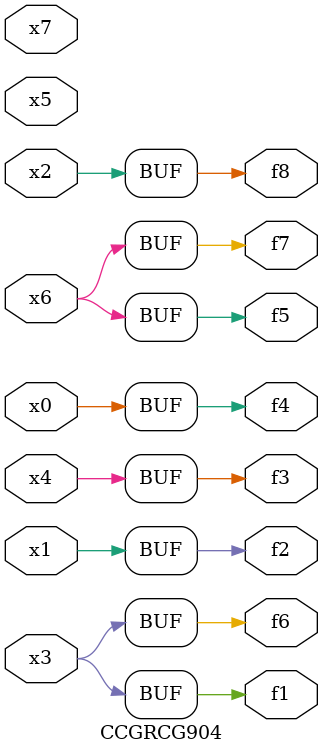
<source format=v>
module CCGRCG904(
	input x0, x1, x2, x3, x4, x5, x6, x7,
	output f1, f2, f3, f4, f5, f6, f7, f8
);
	assign f1 = x3;
	assign f2 = x1;
	assign f3 = x4;
	assign f4 = x0;
	assign f5 = x6;
	assign f6 = x3;
	assign f7 = x6;
	assign f8 = x2;
endmodule

</source>
